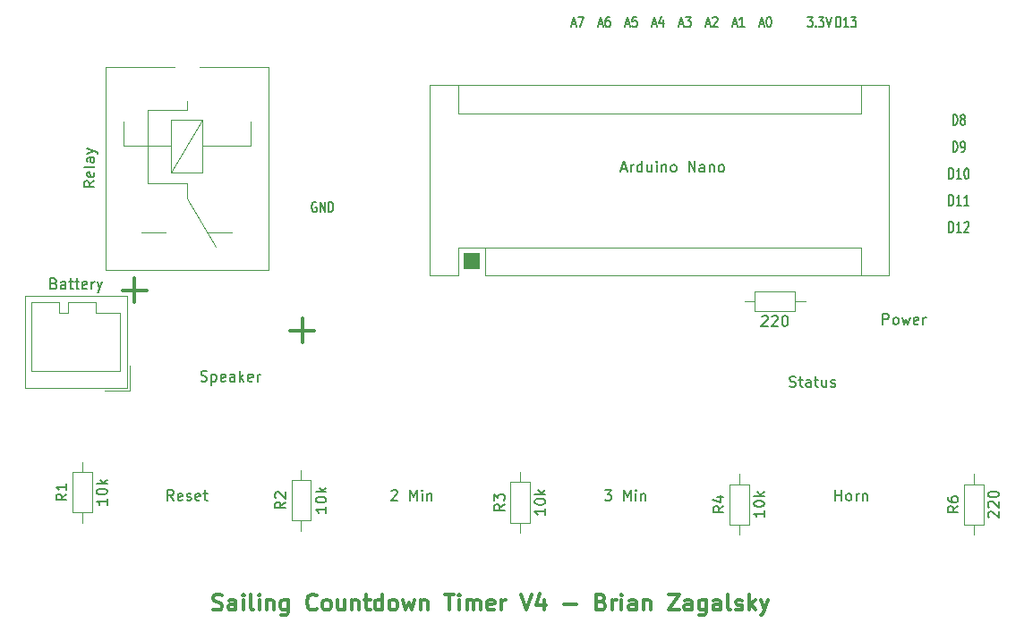
<source format=gbr>
%TF.GenerationSoftware,KiCad,Pcbnew,(6.0.7)*%
%TF.CreationDate,2023-08-25T11:33:14-04:00*%
%TF.ProjectId,Timer V4,54696d65-7220-4563-942e-6b696361645f,rev?*%
%TF.SameCoordinates,Original*%
%TF.FileFunction,Legend,Top*%
%TF.FilePolarity,Positive*%
%FSLAX46Y46*%
G04 Gerber Fmt 4.6, Leading zero omitted, Abs format (unit mm)*
G04 Created by KiCad (PCBNEW (6.0.7)) date 2023-08-25 11:33:14*
%MOMM*%
%LPD*%
G01*
G04 APERTURE LIST*
%ADD10C,0.300000*%
%ADD11C,0.150000*%
%ADD12C,0.120000*%
%ADD13R,1.600000X1.600000*%
G04 APERTURE END LIST*
D10*
X132207142Y-80859285D02*
X134492857Y-80859285D01*
X133350000Y-82002142D02*
X133350000Y-79716428D01*
X116332142Y-77049285D02*
X118617857Y-77049285D01*
X117475000Y-78192142D02*
X117475000Y-75906428D01*
X124915714Y-107287142D02*
X125130000Y-107358571D01*
X125487142Y-107358571D01*
X125630000Y-107287142D01*
X125701428Y-107215714D01*
X125772857Y-107072857D01*
X125772857Y-106930000D01*
X125701428Y-106787142D01*
X125630000Y-106715714D01*
X125487142Y-106644285D01*
X125201428Y-106572857D01*
X125058571Y-106501428D01*
X124987142Y-106430000D01*
X124915714Y-106287142D01*
X124915714Y-106144285D01*
X124987142Y-106001428D01*
X125058571Y-105930000D01*
X125201428Y-105858571D01*
X125558571Y-105858571D01*
X125772857Y-105930000D01*
X127058571Y-107358571D02*
X127058571Y-106572857D01*
X126987142Y-106430000D01*
X126844285Y-106358571D01*
X126558571Y-106358571D01*
X126415714Y-106430000D01*
X127058571Y-107287142D02*
X126915714Y-107358571D01*
X126558571Y-107358571D01*
X126415714Y-107287142D01*
X126344285Y-107144285D01*
X126344285Y-107001428D01*
X126415714Y-106858571D01*
X126558571Y-106787142D01*
X126915714Y-106787142D01*
X127058571Y-106715714D01*
X127772857Y-107358571D02*
X127772857Y-106358571D01*
X127772857Y-105858571D02*
X127701428Y-105930000D01*
X127772857Y-106001428D01*
X127844285Y-105930000D01*
X127772857Y-105858571D01*
X127772857Y-106001428D01*
X128701428Y-107358571D02*
X128558571Y-107287142D01*
X128487142Y-107144285D01*
X128487142Y-105858571D01*
X129272857Y-107358571D02*
X129272857Y-106358571D01*
X129272857Y-105858571D02*
X129201428Y-105930000D01*
X129272857Y-106001428D01*
X129344285Y-105930000D01*
X129272857Y-105858571D01*
X129272857Y-106001428D01*
X129987142Y-106358571D02*
X129987142Y-107358571D01*
X129987142Y-106501428D02*
X130058571Y-106430000D01*
X130201428Y-106358571D01*
X130415714Y-106358571D01*
X130558571Y-106430000D01*
X130630000Y-106572857D01*
X130630000Y-107358571D01*
X131987142Y-106358571D02*
X131987142Y-107572857D01*
X131915714Y-107715714D01*
X131844285Y-107787142D01*
X131701428Y-107858571D01*
X131487142Y-107858571D01*
X131344285Y-107787142D01*
X131987142Y-107287142D02*
X131844285Y-107358571D01*
X131558571Y-107358571D01*
X131415714Y-107287142D01*
X131344285Y-107215714D01*
X131272857Y-107072857D01*
X131272857Y-106644285D01*
X131344285Y-106501428D01*
X131415714Y-106430000D01*
X131558571Y-106358571D01*
X131844285Y-106358571D01*
X131987142Y-106430000D01*
X134701428Y-107215714D02*
X134630000Y-107287142D01*
X134415714Y-107358571D01*
X134272857Y-107358571D01*
X134058571Y-107287142D01*
X133915714Y-107144285D01*
X133844285Y-107001428D01*
X133772857Y-106715714D01*
X133772857Y-106501428D01*
X133844285Y-106215714D01*
X133915714Y-106072857D01*
X134058571Y-105930000D01*
X134272857Y-105858571D01*
X134415714Y-105858571D01*
X134630000Y-105930000D01*
X134701428Y-106001428D01*
X135558571Y-107358571D02*
X135415714Y-107287142D01*
X135344285Y-107215714D01*
X135272857Y-107072857D01*
X135272857Y-106644285D01*
X135344285Y-106501428D01*
X135415714Y-106430000D01*
X135558571Y-106358571D01*
X135772857Y-106358571D01*
X135915714Y-106430000D01*
X135987142Y-106501428D01*
X136058571Y-106644285D01*
X136058571Y-107072857D01*
X135987142Y-107215714D01*
X135915714Y-107287142D01*
X135772857Y-107358571D01*
X135558571Y-107358571D01*
X137344285Y-106358571D02*
X137344285Y-107358571D01*
X136701428Y-106358571D02*
X136701428Y-107144285D01*
X136772857Y-107287142D01*
X136915714Y-107358571D01*
X137130000Y-107358571D01*
X137272857Y-107287142D01*
X137344285Y-107215714D01*
X138058571Y-106358571D02*
X138058571Y-107358571D01*
X138058571Y-106501428D02*
X138130000Y-106430000D01*
X138272857Y-106358571D01*
X138487142Y-106358571D01*
X138630000Y-106430000D01*
X138701428Y-106572857D01*
X138701428Y-107358571D01*
X139201428Y-106358571D02*
X139772857Y-106358571D01*
X139415714Y-105858571D02*
X139415714Y-107144285D01*
X139487142Y-107287142D01*
X139630000Y-107358571D01*
X139772857Y-107358571D01*
X140915714Y-107358571D02*
X140915714Y-105858571D01*
X140915714Y-107287142D02*
X140772857Y-107358571D01*
X140487142Y-107358571D01*
X140344285Y-107287142D01*
X140272857Y-107215714D01*
X140201428Y-107072857D01*
X140201428Y-106644285D01*
X140272857Y-106501428D01*
X140344285Y-106430000D01*
X140487142Y-106358571D01*
X140772857Y-106358571D01*
X140915714Y-106430000D01*
X141844285Y-107358571D02*
X141701428Y-107287142D01*
X141630000Y-107215714D01*
X141558571Y-107072857D01*
X141558571Y-106644285D01*
X141630000Y-106501428D01*
X141701428Y-106430000D01*
X141844285Y-106358571D01*
X142058571Y-106358571D01*
X142201428Y-106430000D01*
X142272857Y-106501428D01*
X142344285Y-106644285D01*
X142344285Y-107072857D01*
X142272857Y-107215714D01*
X142201428Y-107287142D01*
X142058571Y-107358571D01*
X141844285Y-107358571D01*
X142844285Y-106358571D02*
X143130000Y-107358571D01*
X143415714Y-106644285D01*
X143701428Y-107358571D01*
X143987142Y-106358571D01*
X144558571Y-106358571D02*
X144558571Y-107358571D01*
X144558571Y-106501428D02*
X144630000Y-106430000D01*
X144772857Y-106358571D01*
X144987142Y-106358571D01*
X145130000Y-106430000D01*
X145201428Y-106572857D01*
X145201428Y-107358571D01*
X146844285Y-105858571D02*
X147701428Y-105858571D01*
X147272857Y-107358571D02*
X147272857Y-105858571D01*
X148201428Y-107358571D02*
X148201428Y-106358571D01*
X148201428Y-105858571D02*
X148130000Y-105930000D01*
X148201428Y-106001428D01*
X148272857Y-105930000D01*
X148201428Y-105858571D01*
X148201428Y-106001428D01*
X148915714Y-107358571D02*
X148915714Y-106358571D01*
X148915714Y-106501428D02*
X148987142Y-106430000D01*
X149130000Y-106358571D01*
X149344285Y-106358571D01*
X149487142Y-106430000D01*
X149558571Y-106572857D01*
X149558571Y-107358571D01*
X149558571Y-106572857D02*
X149630000Y-106430000D01*
X149772857Y-106358571D01*
X149987142Y-106358571D01*
X150130000Y-106430000D01*
X150201428Y-106572857D01*
X150201428Y-107358571D01*
X151487142Y-107287142D02*
X151344285Y-107358571D01*
X151058571Y-107358571D01*
X150915714Y-107287142D01*
X150844285Y-107144285D01*
X150844285Y-106572857D01*
X150915714Y-106430000D01*
X151058571Y-106358571D01*
X151344285Y-106358571D01*
X151487142Y-106430000D01*
X151558571Y-106572857D01*
X151558571Y-106715714D01*
X150844285Y-106858571D01*
X152201428Y-107358571D02*
X152201428Y-106358571D01*
X152201428Y-106644285D02*
X152272857Y-106501428D01*
X152344285Y-106430000D01*
X152487142Y-106358571D01*
X152630000Y-106358571D01*
X154058571Y-105858571D02*
X154558571Y-107358571D01*
X155058571Y-105858571D01*
X156201428Y-106358571D02*
X156201428Y-107358571D01*
X155844285Y-105787142D02*
X155487142Y-106858571D01*
X156415714Y-106858571D01*
X158130000Y-106787142D02*
X159272857Y-106787142D01*
X161630000Y-106572857D02*
X161844285Y-106644285D01*
X161915714Y-106715714D01*
X161987142Y-106858571D01*
X161987142Y-107072857D01*
X161915714Y-107215714D01*
X161844285Y-107287142D01*
X161701428Y-107358571D01*
X161130000Y-107358571D01*
X161130000Y-105858571D01*
X161630000Y-105858571D01*
X161772857Y-105930000D01*
X161844285Y-106001428D01*
X161915714Y-106144285D01*
X161915714Y-106287142D01*
X161844285Y-106430000D01*
X161772857Y-106501428D01*
X161630000Y-106572857D01*
X161130000Y-106572857D01*
X162630000Y-107358571D02*
X162630000Y-106358571D01*
X162630000Y-106644285D02*
X162701428Y-106501428D01*
X162772857Y-106430000D01*
X162915714Y-106358571D01*
X163058571Y-106358571D01*
X163558571Y-107358571D02*
X163558571Y-106358571D01*
X163558571Y-105858571D02*
X163487142Y-105930000D01*
X163558571Y-106001428D01*
X163630000Y-105930000D01*
X163558571Y-105858571D01*
X163558571Y-106001428D01*
X164915714Y-107358571D02*
X164915714Y-106572857D01*
X164844285Y-106430000D01*
X164701428Y-106358571D01*
X164415714Y-106358571D01*
X164272857Y-106430000D01*
X164915714Y-107287142D02*
X164772857Y-107358571D01*
X164415714Y-107358571D01*
X164272857Y-107287142D01*
X164201428Y-107144285D01*
X164201428Y-107001428D01*
X164272857Y-106858571D01*
X164415714Y-106787142D01*
X164772857Y-106787142D01*
X164915714Y-106715714D01*
X165630000Y-106358571D02*
X165630000Y-107358571D01*
X165630000Y-106501428D02*
X165701428Y-106430000D01*
X165844285Y-106358571D01*
X166058571Y-106358571D01*
X166201428Y-106430000D01*
X166272857Y-106572857D01*
X166272857Y-107358571D01*
X167987142Y-105858571D02*
X168987142Y-105858571D01*
X167987142Y-107358571D01*
X168987142Y-107358571D01*
X170201428Y-107358571D02*
X170201428Y-106572857D01*
X170130000Y-106430000D01*
X169987142Y-106358571D01*
X169701428Y-106358571D01*
X169558571Y-106430000D01*
X170201428Y-107287142D02*
X170058571Y-107358571D01*
X169701428Y-107358571D01*
X169558571Y-107287142D01*
X169487142Y-107144285D01*
X169487142Y-107001428D01*
X169558571Y-106858571D01*
X169701428Y-106787142D01*
X170058571Y-106787142D01*
X170201428Y-106715714D01*
X171558571Y-106358571D02*
X171558571Y-107572857D01*
X171487142Y-107715714D01*
X171415714Y-107787142D01*
X171272857Y-107858571D01*
X171058571Y-107858571D01*
X170915714Y-107787142D01*
X171558571Y-107287142D02*
X171415714Y-107358571D01*
X171130000Y-107358571D01*
X170987142Y-107287142D01*
X170915714Y-107215714D01*
X170844285Y-107072857D01*
X170844285Y-106644285D01*
X170915714Y-106501428D01*
X170987142Y-106430000D01*
X171130000Y-106358571D01*
X171415714Y-106358571D01*
X171558571Y-106430000D01*
X172915714Y-107358571D02*
X172915714Y-106572857D01*
X172844285Y-106430000D01*
X172701428Y-106358571D01*
X172415714Y-106358571D01*
X172272857Y-106430000D01*
X172915714Y-107287142D02*
X172772857Y-107358571D01*
X172415714Y-107358571D01*
X172272857Y-107287142D01*
X172201428Y-107144285D01*
X172201428Y-107001428D01*
X172272857Y-106858571D01*
X172415714Y-106787142D01*
X172772857Y-106787142D01*
X172915714Y-106715714D01*
X173844285Y-107358571D02*
X173701428Y-107287142D01*
X173630000Y-107144285D01*
X173630000Y-105858571D01*
X174344285Y-107287142D02*
X174487142Y-107358571D01*
X174772857Y-107358571D01*
X174915714Y-107287142D01*
X174987142Y-107144285D01*
X174987142Y-107072857D01*
X174915714Y-106930000D01*
X174772857Y-106858571D01*
X174558571Y-106858571D01*
X174415714Y-106787142D01*
X174344285Y-106644285D01*
X174344285Y-106572857D01*
X174415714Y-106430000D01*
X174558571Y-106358571D01*
X174772857Y-106358571D01*
X174915714Y-106430000D01*
X175630000Y-107358571D02*
X175630000Y-105858571D01*
X175772857Y-106787142D02*
X176201428Y-107358571D01*
X176201428Y-106358571D02*
X175630000Y-106930000D01*
X176701428Y-106358571D02*
X177058571Y-107358571D01*
X177415714Y-106358571D02*
X177058571Y-107358571D01*
X176915714Y-107715714D01*
X176844285Y-107787142D01*
X176701428Y-107858571D01*
D11*
%TO.C,GND*%
X134683571Y-68715000D02*
X134612142Y-68667380D01*
X134505000Y-68667380D01*
X134397857Y-68715000D01*
X134326428Y-68810238D01*
X134290714Y-68905476D01*
X134255000Y-69095952D01*
X134255000Y-69238809D01*
X134290714Y-69429285D01*
X134326428Y-69524523D01*
X134397857Y-69619761D01*
X134505000Y-69667380D01*
X134576428Y-69667380D01*
X134683571Y-69619761D01*
X134719285Y-69572142D01*
X134719285Y-69238809D01*
X134576428Y-69238809D01*
X135040714Y-69667380D02*
X135040714Y-68667380D01*
X135469285Y-69667380D01*
X135469285Y-68667380D01*
X135826428Y-69667380D02*
X135826428Y-68667380D01*
X136005000Y-68667380D01*
X136112142Y-68715000D01*
X136183571Y-68810238D01*
X136219285Y-68905476D01*
X136255000Y-69095952D01*
X136255000Y-69238809D01*
X136219285Y-69429285D01*
X136183571Y-69524523D01*
X136112142Y-69619761D01*
X136005000Y-69667380D01*
X135826428Y-69667380D01*
%TO.C,D10*%
X194542285Y-66492380D02*
X194542285Y-65492380D01*
X194720857Y-65492380D01*
X194828000Y-65540000D01*
X194899428Y-65635238D01*
X194935142Y-65730476D01*
X194970857Y-65920952D01*
X194970857Y-66063809D01*
X194935142Y-66254285D01*
X194899428Y-66349523D01*
X194828000Y-66444761D01*
X194720857Y-66492380D01*
X194542285Y-66492380D01*
X195685142Y-66492380D02*
X195256571Y-66492380D01*
X195470857Y-66492380D02*
X195470857Y-65492380D01*
X195399428Y-65635238D01*
X195328000Y-65730476D01*
X195256571Y-65778095D01*
X196149428Y-65492380D02*
X196220857Y-65492380D01*
X196292285Y-65540000D01*
X196328000Y-65587619D01*
X196363714Y-65682857D01*
X196399428Y-65873333D01*
X196399428Y-66111428D01*
X196363714Y-66301904D01*
X196328000Y-66397142D01*
X196292285Y-66444761D01*
X196220857Y-66492380D01*
X196149428Y-66492380D01*
X196078000Y-66444761D01*
X196042285Y-66397142D01*
X196006571Y-66301904D01*
X195970857Y-66111428D01*
X195970857Y-65873333D01*
X196006571Y-65682857D01*
X196042285Y-65587619D01*
X196078000Y-65540000D01*
X196149428Y-65492380D01*
%TO.C,D9*%
X194899428Y-63952380D02*
X194899428Y-62952380D01*
X195078000Y-62952380D01*
X195185142Y-63000000D01*
X195256571Y-63095238D01*
X195292285Y-63190476D01*
X195328000Y-63380952D01*
X195328000Y-63523809D01*
X195292285Y-63714285D01*
X195256571Y-63809523D01*
X195185142Y-63904761D01*
X195078000Y-63952380D01*
X194899428Y-63952380D01*
X195685142Y-63952380D02*
X195828000Y-63952380D01*
X195899428Y-63904761D01*
X195935142Y-63857142D01*
X196006571Y-63714285D01*
X196042285Y-63523809D01*
X196042285Y-63142857D01*
X196006571Y-63047619D01*
X195970857Y-63000000D01*
X195899428Y-62952380D01*
X195756571Y-62952380D01*
X195685142Y-63000000D01*
X195649428Y-63047619D01*
X195613714Y-63142857D01*
X195613714Y-63380952D01*
X195649428Y-63476190D01*
X195685142Y-63523809D01*
X195756571Y-63571428D01*
X195899428Y-63571428D01*
X195970857Y-63523809D01*
X196006571Y-63476190D01*
X196042285Y-63380952D01*
%TO.C,D11*%
X194542285Y-69032380D02*
X194542285Y-68032380D01*
X194720857Y-68032380D01*
X194828000Y-68080000D01*
X194899428Y-68175238D01*
X194935142Y-68270476D01*
X194970857Y-68460952D01*
X194970857Y-68603809D01*
X194935142Y-68794285D01*
X194899428Y-68889523D01*
X194828000Y-68984761D01*
X194720857Y-69032380D01*
X194542285Y-69032380D01*
X195685142Y-69032380D02*
X195256571Y-69032380D01*
X195470857Y-69032380D02*
X195470857Y-68032380D01*
X195399428Y-68175238D01*
X195328000Y-68270476D01*
X195256571Y-68318095D01*
X196399428Y-69032380D02*
X195970857Y-69032380D01*
X196185142Y-69032380D02*
X196185142Y-68032380D01*
X196113714Y-68175238D01*
X196042285Y-68270476D01*
X195970857Y-68318095D01*
%TO.C,D12*%
X194542285Y-71572380D02*
X194542285Y-70572380D01*
X194720857Y-70572380D01*
X194828000Y-70620000D01*
X194899428Y-70715238D01*
X194935142Y-70810476D01*
X194970857Y-71000952D01*
X194970857Y-71143809D01*
X194935142Y-71334285D01*
X194899428Y-71429523D01*
X194828000Y-71524761D01*
X194720857Y-71572380D01*
X194542285Y-71572380D01*
X195685142Y-71572380D02*
X195256571Y-71572380D01*
X195470857Y-71572380D02*
X195470857Y-70572380D01*
X195399428Y-70715238D01*
X195328000Y-70810476D01*
X195256571Y-70858095D01*
X195970857Y-70667619D02*
X196006571Y-70620000D01*
X196078000Y-70572380D01*
X196256571Y-70572380D01*
X196328000Y-70620000D01*
X196363714Y-70667619D01*
X196399428Y-70762857D01*
X196399428Y-70858095D01*
X196363714Y-71000952D01*
X195935142Y-71572380D01*
X196399428Y-71572380D01*
%TO.C,D8*%
X194899428Y-61412380D02*
X194899428Y-60412380D01*
X195078000Y-60412380D01*
X195185142Y-60460000D01*
X195256571Y-60555238D01*
X195292285Y-60650476D01*
X195328000Y-60840952D01*
X195328000Y-60983809D01*
X195292285Y-61174285D01*
X195256571Y-61269523D01*
X195185142Y-61364761D01*
X195078000Y-61412380D01*
X194899428Y-61412380D01*
X195756571Y-60840952D02*
X195685142Y-60793333D01*
X195649428Y-60745714D01*
X195613714Y-60650476D01*
X195613714Y-60602857D01*
X195649428Y-60507619D01*
X195685142Y-60460000D01*
X195756571Y-60412380D01*
X195899428Y-60412380D01*
X195970857Y-60460000D01*
X196006571Y-60507619D01*
X196042285Y-60602857D01*
X196042285Y-60650476D01*
X196006571Y-60745714D01*
X195970857Y-60793333D01*
X195899428Y-60840952D01*
X195756571Y-60840952D01*
X195685142Y-60888571D01*
X195649428Y-60936190D01*
X195613714Y-61031428D01*
X195613714Y-61221904D01*
X195649428Y-61317142D01*
X195685142Y-61364761D01*
X195756571Y-61412380D01*
X195899428Y-61412380D01*
X195970857Y-61364761D01*
X196006571Y-61317142D01*
X196042285Y-61221904D01*
X196042285Y-61031428D01*
X196006571Y-60936190D01*
X195970857Y-60888571D01*
X195899428Y-60840952D01*
%TO.C,3.3V*%
X181137857Y-51141380D02*
X181602142Y-51141380D01*
X181352142Y-51522333D01*
X181459285Y-51522333D01*
X181530714Y-51569952D01*
X181566428Y-51617571D01*
X181602142Y-51712809D01*
X181602142Y-51950904D01*
X181566428Y-52046142D01*
X181530714Y-52093761D01*
X181459285Y-52141380D01*
X181245000Y-52141380D01*
X181173571Y-52093761D01*
X181137857Y-52046142D01*
X181923571Y-52046142D02*
X181959285Y-52093761D01*
X181923571Y-52141380D01*
X181887857Y-52093761D01*
X181923571Y-52046142D01*
X181923571Y-52141380D01*
X182209285Y-51141380D02*
X182673571Y-51141380D01*
X182423571Y-51522333D01*
X182530714Y-51522333D01*
X182602142Y-51569952D01*
X182637857Y-51617571D01*
X182673571Y-51712809D01*
X182673571Y-51950904D01*
X182637857Y-52046142D01*
X182602142Y-52093761D01*
X182530714Y-52141380D01*
X182316428Y-52141380D01*
X182245000Y-52093761D01*
X182209285Y-52046142D01*
X182887857Y-51141380D02*
X183137857Y-52141380D01*
X183387857Y-51141380D01*
%TO.C,A4*%
X166469285Y-51855666D02*
X166826428Y-51855666D01*
X166397857Y-52141380D02*
X166647857Y-51141380D01*
X166897857Y-52141380D01*
X167469285Y-51474714D02*
X167469285Y-52141380D01*
X167290714Y-51093761D02*
X167112142Y-51808047D01*
X167576428Y-51808047D01*
%TO.C,A5*%
X163929285Y-51855666D02*
X164286428Y-51855666D01*
X163857857Y-52141380D02*
X164107857Y-51141380D01*
X164357857Y-52141380D01*
X164965000Y-51141380D02*
X164607857Y-51141380D01*
X164572142Y-51617571D01*
X164607857Y-51569952D01*
X164679285Y-51522333D01*
X164857857Y-51522333D01*
X164929285Y-51569952D01*
X164965000Y-51617571D01*
X165000714Y-51712809D01*
X165000714Y-51950904D01*
X164965000Y-52046142D01*
X164929285Y-52093761D01*
X164857857Y-52141380D01*
X164679285Y-52141380D01*
X164607857Y-52093761D01*
X164572142Y-52046142D01*
%TO.C,D13*%
X183874285Y-52141380D02*
X183874285Y-51141380D01*
X184052857Y-51141380D01*
X184160000Y-51189000D01*
X184231428Y-51284238D01*
X184267142Y-51379476D01*
X184302857Y-51569952D01*
X184302857Y-51712809D01*
X184267142Y-51903285D01*
X184231428Y-51998523D01*
X184160000Y-52093761D01*
X184052857Y-52141380D01*
X183874285Y-52141380D01*
X185017142Y-52141380D02*
X184588571Y-52141380D01*
X184802857Y-52141380D02*
X184802857Y-51141380D01*
X184731428Y-51284238D01*
X184660000Y-51379476D01*
X184588571Y-51427095D01*
X185267142Y-51141380D02*
X185731428Y-51141380D01*
X185481428Y-51522333D01*
X185588571Y-51522333D01*
X185660000Y-51569952D01*
X185695714Y-51617571D01*
X185731428Y-51712809D01*
X185731428Y-51950904D01*
X185695714Y-52046142D01*
X185660000Y-52093761D01*
X185588571Y-52141380D01*
X185374285Y-52141380D01*
X185302857Y-52093761D01*
X185267142Y-52046142D01*
%TO.C,A3*%
X169009285Y-51855666D02*
X169366428Y-51855666D01*
X168937857Y-52141380D02*
X169187857Y-51141380D01*
X169437857Y-52141380D01*
X169616428Y-51141380D02*
X170080714Y-51141380D01*
X169830714Y-51522333D01*
X169937857Y-51522333D01*
X170009285Y-51569952D01*
X170045000Y-51617571D01*
X170080714Y-51712809D01*
X170080714Y-51950904D01*
X170045000Y-52046142D01*
X170009285Y-52093761D01*
X169937857Y-52141380D01*
X169723571Y-52141380D01*
X169652142Y-52093761D01*
X169616428Y-52046142D01*
%TO.C,A2*%
X171549285Y-51855666D02*
X171906428Y-51855666D01*
X171477857Y-52141380D02*
X171727857Y-51141380D01*
X171977857Y-52141380D01*
X172192142Y-51236619D02*
X172227857Y-51189000D01*
X172299285Y-51141380D01*
X172477857Y-51141380D01*
X172549285Y-51189000D01*
X172585000Y-51236619D01*
X172620714Y-51331857D01*
X172620714Y-51427095D01*
X172585000Y-51569952D01*
X172156428Y-52141380D01*
X172620714Y-52141380D01*
%TO.C,A7*%
X158849285Y-51855666D02*
X159206428Y-51855666D01*
X158777857Y-52141380D02*
X159027857Y-51141380D01*
X159277857Y-52141380D01*
X159456428Y-51141380D02*
X159956428Y-51141380D01*
X159635000Y-52141380D01*
%TO.C,A6*%
X161389285Y-51855666D02*
X161746428Y-51855666D01*
X161317857Y-52141380D02*
X161567857Y-51141380D01*
X161817857Y-52141380D01*
X162389285Y-51141380D02*
X162246428Y-51141380D01*
X162175000Y-51189000D01*
X162139285Y-51236619D01*
X162067857Y-51379476D01*
X162032142Y-51569952D01*
X162032142Y-51950904D01*
X162067857Y-52046142D01*
X162103571Y-52093761D01*
X162175000Y-52141380D01*
X162317857Y-52141380D01*
X162389285Y-52093761D01*
X162425000Y-52046142D01*
X162460714Y-51950904D01*
X162460714Y-51712809D01*
X162425000Y-51617571D01*
X162389285Y-51569952D01*
X162317857Y-51522333D01*
X162175000Y-51522333D01*
X162103571Y-51569952D01*
X162067857Y-51617571D01*
X162032142Y-51712809D01*
%TO.C,A0*%
X176629285Y-51855666D02*
X176986428Y-51855666D01*
X176557857Y-52141380D02*
X176807857Y-51141380D01*
X177057857Y-52141380D01*
X177450714Y-51141380D02*
X177522142Y-51141380D01*
X177593571Y-51189000D01*
X177629285Y-51236619D01*
X177665000Y-51331857D01*
X177700714Y-51522333D01*
X177700714Y-51760428D01*
X177665000Y-51950904D01*
X177629285Y-52046142D01*
X177593571Y-52093761D01*
X177522142Y-52141380D01*
X177450714Y-52141380D01*
X177379285Y-52093761D01*
X177343571Y-52046142D01*
X177307857Y-51950904D01*
X177272142Y-51760428D01*
X177272142Y-51522333D01*
X177307857Y-51331857D01*
X177343571Y-51236619D01*
X177379285Y-51189000D01*
X177450714Y-51141380D01*
%TO.C,A1*%
X174089285Y-51855666D02*
X174446428Y-51855666D01*
X174017857Y-52141380D02*
X174267857Y-51141380D01*
X174517857Y-52141380D01*
X175160714Y-52141380D02*
X174732142Y-52141380D01*
X174946428Y-52141380D02*
X174946428Y-51141380D01*
X174875000Y-51284238D01*
X174803571Y-51379476D01*
X174732142Y-51427095D01*
%TO.C,V1*%
X109864571Y-76420571D02*
X110007428Y-76468190D01*
X110055047Y-76515809D01*
X110102666Y-76611047D01*
X110102666Y-76753904D01*
X110055047Y-76849142D01*
X110007428Y-76896761D01*
X109912190Y-76944380D01*
X109531238Y-76944380D01*
X109531238Y-75944380D01*
X109864571Y-75944380D01*
X109959809Y-75992000D01*
X110007428Y-76039619D01*
X110055047Y-76134857D01*
X110055047Y-76230095D01*
X110007428Y-76325333D01*
X109959809Y-76372952D01*
X109864571Y-76420571D01*
X109531238Y-76420571D01*
X110959809Y-76944380D02*
X110959809Y-76420571D01*
X110912190Y-76325333D01*
X110816952Y-76277714D01*
X110626476Y-76277714D01*
X110531238Y-76325333D01*
X110959809Y-76896761D02*
X110864571Y-76944380D01*
X110626476Y-76944380D01*
X110531238Y-76896761D01*
X110483619Y-76801523D01*
X110483619Y-76706285D01*
X110531238Y-76611047D01*
X110626476Y-76563428D01*
X110864571Y-76563428D01*
X110959809Y-76515809D01*
X111293142Y-76277714D02*
X111674095Y-76277714D01*
X111436000Y-75944380D02*
X111436000Y-76801523D01*
X111483619Y-76896761D01*
X111578857Y-76944380D01*
X111674095Y-76944380D01*
X111864571Y-76277714D02*
X112245523Y-76277714D01*
X112007428Y-75944380D02*
X112007428Y-76801523D01*
X112055047Y-76896761D01*
X112150285Y-76944380D01*
X112245523Y-76944380D01*
X112959809Y-76896761D02*
X112864571Y-76944380D01*
X112674095Y-76944380D01*
X112578857Y-76896761D01*
X112531238Y-76801523D01*
X112531238Y-76420571D01*
X112578857Y-76325333D01*
X112674095Y-76277714D01*
X112864571Y-76277714D01*
X112959809Y-76325333D01*
X113007428Y-76420571D01*
X113007428Y-76515809D01*
X112531238Y-76611047D01*
X113436000Y-76944380D02*
X113436000Y-76277714D01*
X113436000Y-76468190D02*
X113483619Y-76372952D01*
X113531238Y-76325333D01*
X113626476Y-76277714D01*
X113721714Y-76277714D01*
X113959809Y-76277714D02*
X114197904Y-76944380D01*
X114436000Y-76277714D02*
X114197904Y-76944380D01*
X114102666Y-77182476D01*
X114055047Y-77230095D01*
X113959809Y-77277714D01*
%TO.C,SW4*%
X183794000Y-96972380D02*
X183794000Y-95972380D01*
X183794000Y-96448571D02*
X184365428Y-96448571D01*
X184365428Y-96972380D02*
X184365428Y-95972380D01*
X184984476Y-96972380D02*
X184889238Y-96924761D01*
X184841619Y-96877142D01*
X184794000Y-96781904D01*
X184794000Y-96496190D01*
X184841619Y-96400952D01*
X184889238Y-96353333D01*
X184984476Y-96305714D01*
X185127333Y-96305714D01*
X185222571Y-96353333D01*
X185270190Y-96400952D01*
X185317809Y-96496190D01*
X185317809Y-96781904D01*
X185270190Y-96877142D01*
X185222571Y-96924761D01*
X185127333Y-96972380D01*
X184984476Y-96972380D01*
X185746380Y-96972380D02*
X185746380Y-96305714D01*
X185746380Y-96496190D02*
X185794000Y-96400952D01*
X185841619Y-96353333D01*
X185936857Y-96305714D01*
X186032095Y-96305714D01*
X186365428Y-96305714D02*
X186365428Y-96972380D01*
X186365428Y-96400952D02*
X186413047Y-96353333D01*
X186508285Y-96305714D01*
X186651142Y-96305714D01*
X186746380Y-96353333D01*
X186794000Y-96448571D01*
X186794000Y-96972380D01*
%TO.C,SW3*%
X161962294Y-95972380D02*
X162581342Y-95972380D01*
X162248008Y-96353333D01*
X162390865Y-96353333D01*
X162486104Y-96400952D01*
X162533723Y-96448571D01*
X162581342Y-96543809D01*
X162581342Y-96781904D01*
X162533723Y-96877142D01*
X162486104Y-96924761D01*
X162390865Y-96972380D01*
X162105151Y-96972380D01*
X162009913Y-96924761D01*
X161962294Y-96877142D01*
X163771818Y-96972380D02*
X163771818Y-95972380D01*
X164105151Y-96686666D01*
X164438485Y-95972380D01*
X164438485Y-96972380D01*
X164914675Y-96972380D02*
X164914675Y-96305714D01*
X164914675Y-95972380D02*
X164867056Y-96020000D01*
X164914675Y-96067619D01*
X164962294Y-96020000D01*
X164914675Y-95972380D01*
X164914675Y-96067619D01*
X165390865Y-96305714D02*
X165390865Y-96972380D01*
X165390865Y-96400952D02*
X165438485Y-96353333D01*
X165533723Y-96305714D01*
X165676580Y-96305714D01*
X165771818Y-96353333D01*
X165819437Y-96448571D01*
X165819437Y-96972380D01*
%TO.C,SW2*%
X141781319Y-96067619D02*
X141828938Y-96020000D01*
X141924176Y-95972380D01*
X142162271Y-95972380D01*
X142257510Y-96020000D01*
X142305129Y-96067619D01*
X142352748Y-96162857D01*
X142352748Y-96258095D01*
X142305129Y-96400952D01*
X141733700Y-96972380D01*
X142352748Y-96972380D01*
X143543224Y-96972380D02*
X143543224Y-95972380D01*
X143876557Y-96686666D01*
X144209891Y-95972380D01*
X144209891Y-96972380D01*
X144686081Y-96972380D02*
X144686081Y-96305714D01*
X144686081Y-95972380D02*
X144638462Y-96020000D01*
X144686081Y-96067619D01*
X144733700Y-96020000D01*
X144686081Y-95972380D01*
X144686081Y-96067619D01*
X145162271Y-96305714D02*
X145162271Y-96972380D01*
X145162271Y-96400952D02*
X145209891Y-96353333D01*
X145305129Y-96305714D01*
X145447986Y-96305714D01*
X145543224Y-96353333D01*
X145590843Y-96448571D01*
X145590843Y-96972380D01*
%TO.C,SW1*%
X121189904Y-96972380D02*
X120856571Y-96496190D01*
X120618476Y-96972380D02*
X120618476Y-95972380D01*
X120999428Y-95972380D01*
X121094666Y-96020000D01*
X121142285Y-96067619D01*
X121189904Y-96162857D01*
X121189904Y-96305714D01*
X121142285Y-96400952D01*
X121094666Y-96448571D01*
X120999428Y-96496190D01*
X120618476Y-96496190D01*
X121999428Y-96924761D02*
X121904190Y-96972380D01*
X121713714Y-96972380D01*
X121618476Y-96924761D01*
X121570857Y-96829523D01*
X121570857Y-96448571D01*
X121618476Y-96353333D01*
X121713714Y-96305714D01*
X121904190Y-96305714D01*
X121999428Y-96353333D01*
X122047047Y-96448571D01*
X122047047Y-96543809D01*
X121570857Y-96639047D01*
X122428000Y-96924761D02*
X122523238Y-96972380D01*
X122713714Y-96972380D01*
X122808952Y-96924761D01*
X122856571Y-96829523D01*
X122856571Y-96781904D01*
X122808952Y-96686666D01*
X122713714Y-96639047D01*
X122570857Y-96639047D01*
X122475619Y-96591428D01*
X122428000Y-96496190D01*
X122428000Y-96448571D01*
X122475619Y-96353333D01*
X122570857Y-96305714D01*
X122713714Y-96305714D01*
X122808952Y-96353333D01*
X123666095Y-96924761D02*
X123570857Y-96972380D01*
X123380380Y-96972380D01*
X123285142Y-96924761D01*
X123237523Y-96829523D01*
X123237523Y-96448571D01*
X123285142Y-96353333D01*
X123380380Y-96305714D01*
X123570857Y-96305714D01*
X123666095Y-96353333D01*
X123713714Y-96448571D01*
X123713714Y-96543809D01*
X123237523Y-96639047D01*
X123999428Y-96305714D02*
X124380380Y-96305714D01*
X124142285Y-95972380D02*
X124142285Y-96829523D01*
X124189904Y-96924761D01*
X124285142Y-96972380D01*
X124380380Y-96972380D01*
%TO.C,R6*%
X195382380Y-97512166D02*
X194906190Y-97845500D01*
X195382380Y-98083595D02*
X194382380Y-98083595D01*
X194382380Y-97702642D01*
X194430000Y-97607404D01*
X194477619Y-97559785D01*
X194572857Y-97512166D01*
X194715714Y-97512166D01*
X194810952Y-97559785D01*
X194858571Y-97607404D01*
X194906190Y-97702642D01*
X194906190Y-98083595D01*
X194382380Y-96655023D02*
X194382380Y-96845500D01*
X194430000Y-96940738D01*
X194477619Y-96988357D01*
X194620476Y-97083595D01*
X194810952Y-97131214D01*
X195191904Y-97131214D01*
X195287142Y-97083595D01*
X195334761Y-97035976D01*
X195382380Y-96940738D01*
X195382380Y-96750261D01*
X195334761Y-96655023D01*
X195287142Y-96607404D01*
X195191904Y-96559785D01*
X194953809Y-96559785D01*
X194858571Y-96607404D01*
X194810952Y-96655023D01*
X194763333Y-96750261D01*
X194763333Y-96940738D01*
X194810952Y-97035976D01*
X194858571Y-97083595D01*
X194953809Y-97131214D01*
X198317619Y-98583595D02*
X198270000Y-98535976D01*
X198222380Y-98440738D01*
X198222380Y-98202642D01*
X198270000Y-98107404D01*
X198317619Y-98059785D01*
X198412857Y-98012166D01*
X198508095Y-98012166D01*
X198650952Y-98059785D01*
X199222380Y-98631214D01*
X199222380Y-98012166D01*
X198317619Y-97631214D02*
X198270000Y-97583595D01*
X198222380Y-97488357D01*
X198222380Y-97250261D01*
X198270000Y-97155023D01*
X198317619Y-97107404D01*
X198412857Y-97059785D01*
X198508095Y-97059785D01*
X198650952Y-97107404D01*
X199222380Y-97678833D01*
X199222380Y-97059785D01*
X198222380Y-96440738D02*
X198222380Y-96345500D01*
X198270000Y-96250261D01*
X198317619Y-96202642D01*
X198412857Y-96155023D01*
X198603333Y-96107404D01*
X198841428Y-96107404D01*
X199031904Y-96155023D01*
X199127142Y-96202642D01*
X199174761Y-96250261D01*
X199222380Y-96345500D01*
X199222380Y-96440738D01*
X199174761Y-96535976D01*
X199127142Y-96583595D01*
X199031904Y-96631214D01*
X198841428Y-96678833D01*
X198603333Y-96678833D01*
X198412857Y-96631214D01*
X198317619Y-96583595D01*
X198270000Y-96535976D01*
X198222380Y-96440738D01*
%TO.C,R5*%
X176815904Y-79572619D02*
X176863523Y-79525000D01*
X176958761Y-79477380D01*
X177196857Y-79477380D01*
X177292095Y-79525000D01*
X177339714Y-79572619D01*
X177387333Y-79667857D01*
X177387333Y-79763095D01*
X177339714Y-79905952D01*
X176768285Y-80477380D01*
X177387333Y-80477380D01*
X177768285Y-79572619D02*
X177815904Y-79525000D01*
X177911142Y-79477380D01*
X178149238Y-79477380D01*
X178244476Y-79525000D01*
X178292095Y-79572619D01*
X178339714Y-79667857D01*
X178339714Y-79763095D01*
X178292095Y-79905952D01*
X177720666Y-80477380D01*
X178339714Y-80477380D01*
X178958761Y-79477380D02*
X179054000Y-79477380D01*
X179149238Y-79525000D01*
X179196857Y-79572619D01*
X179244476Y-79667857D01*
X179292095Y-79858333D01*
X179292095Y-80096428D01*
X179244476Y-80286904D01*
X179196857Y-80382142D01*
X179149238Y-80429761D01*
X179054000Y-80477380D01*
X178958761Y-80477380D01*
X178863523Y-80429761D01*
X178815904Y-80382142D01*
X178768285Y-80286904D01*
X178720666Y-80096428D01*
X178720666Y-79858333D01*
X178768285Y-79667857D01*
X178815904Y-79572619D01*
X178863523Y-79525000D01*
X178958761Y-79477380D01*
%TO.C,R4*%
X173210162Y-97512166D02*
X172733972Y-97845500D01*
X173210162Y-98083595D02*
X172210162Y-98083595D01*
X172210162Y-97702642D01*
X172257782Y-97607404D01*
X172305401Y-97559785D01*
X172400639Y-97512166D01*
X172543496Y-97512166D01*
X172638734Y-97559785D01*
X172686353Y-97607404D01*
X172733972Y-97702642D01*
X172733972Y-98083595D01*
X172543496Y-96655023D02*
X173210162Y-96655023D01*
X172162543Y-96893119D02*
X172876829Y-97131214D01*
X172876829Y-96512166D01*
X177050162Y-97940738D02*
X177050162Y-98512166D01*
X177050162Y-98226452D02*
X176050162Y-98226452D01*
X176193020Y-98321690D01*
X176288258Y-98416928D01*
X176335877Y-98512166D01*
X176050162Y-97321690D02*
X176050162Y-97226452D01*
X176097782Y-97131214D01*
X176145401Y-97083595D01*
X176240639Y-97035976D01*
X176431115Y-96988357D01*
X176669210Y-96988357D01*
X176859686Y-97035976D01*
X176954924Y-97083595D01*
X177002543Y-97131214D01*
X177050162Y-97226452D01*
X177050162Y-97321690D01*
X177002543Y-97416928D01*
X176954924Y-97464547D01*
X176859686Y-97512166D01*
X176669210Y-97559785D01*
X176431115Y-97559785D01*
X176240639Y-97512166D01*
X176145401Y-97464547D01*
X176097782Y-97416928D01*
X176050162Y-97321690D01*
X177050162Y-96559785D02*
X176050162Y-96559785D01*
X176669210Y-96464547D02*
X177050162Y-96178833D01*
X176383496Y-96178833D02*
X176764448Y-96559785D01*
%TO.C,R3*%
X152491568Y-97321666D02*
X152015378Y-97655000D01*
X152491568Y-97893095D02*
X151491568Y-97893095D01*
X151491568Y-97512142D01*
X151539188Y-97416904D01*
X151586807Y-97369285D01*
X151682045Y-97321666D01*
X151824902Y-97321666D01*
X151920140Y-97369285D01*
X151967759Y-97416904D01*
X152015378Y-97512142D01*
X152015378Y-97893095D01*
X151491568Y-96988333D02*
X151491568Y-96369285D01*
X151872521Y-96702619D01*
X151872521Y-96559761D01*
X151920140Y-96464523D01*
X151967759Y-96416904D01*
X152062997Y-96369285D01*
X152301092Y-96369285D01*
X152396330Y-96416904D01*
X152443949Y-96464523D01*
X152491568Y-96559761D01*
X152491568Y-96845476D01*
X152443949Y-96940714D01*
X152396330Y-96988333D01*
X156331568Y-97750238D02*
X156331568Y-98321666D01*
X156331568Y-98035952D02*
X155331568Y-98035952D01*
X155474426Y-98131190D01*
X155569664Y-98226428D01*
X155617283Y-98321666D01*
X155331568Y-97131190D02*
X155331568Y-97035952D01*
X155379188Y-96940714D01*
X155426807Y-96893095D01*
X155522045Y-96845476D01*
X155712521Y-96797857D01*
X155950616Y-96797857D01*
X156141092Y-96845476D01*
X156236330Y-96893095D01*
X156283949Y-96940714D01*
X156331568Y-97035952D01*
X156331568Y-97131190D01*
X156283949Y-97226428D01*
X156236330Y-97274047D01*
X156141092Y-97321666D01*
X155950616Y-97369285D01*
X155712521Y-97369285D01*
X155522045Y-97321666D01*
X155426807Y-97274047D01*
X155379188Y-97226428D01*
X155331568Y-97131190D01*
X156331568Y-96369285D02*
X155331568Y-96369285D01*
X155950616Y-96274047D02*
X156331568Y-95988333D01*
X155664902Y-95988333D02*
X156045854Y-96369285D01*
%TO.C,R2*%
X131772974Y-97131166D02*
X131296784Y-97464500D01*
X131772974Y-97702595D02*
X130772974Y-97702595D01*
X130772974Y-97321642D01*
X130820594Y-97226404D01*
X130868213Y-97178785D01*
X130963451Y-97131166D01*
X131106308Y-97131166D01*
X131201546Y-97178785D01*
X131249165Y-97226404D01*
X131296784Y-97321642D01*
X131296784Y-97702595D01*
X130868213Y-96750214D02*
X130820594Y-96702595D01*
X130772974Y-96607357D01*
X130772974Y-96369261D01*
X130820594Y-96274023D01*
X130868213Y-96226404D01*
X130963451Y-96178785D01*
X131058689Y-96178785D01*
X131201546Y-96226404D01*
X131772974Y-96797833D01*
X131772974Y-96178785D01*
X135612974Y-97559738D02*
X135612974Y-98131166D01*
X135612974Y-97845452D02*
X134612974Y-97845452D01*
X134755832Y-97940690D01*
X134851070Y-98035928D01*
X134898689Y-98131166D01*
X134612974Y-96940690D02*
X134612974Y-96845452D01*
X134660594Y-96750214D01*
X134708213Y-96702595D01*
X134803451Y-96654976D01*
X134993927Y-96607357D01*
X135232022Y-96607357D01*
X135422498Y-96654976D01*
X135517736Y-96702595D01*
X135565355Y-96750214D01*
X135612974Y-96845452D01*
X135612974Y-96940690D01*
X135565355Y-97035928D01*
X135517736Y-97083547D01*
X135422498Y-97131166D01*
X135232022Y-97178785D01*
X134993927Y-97178785D01*
X134803451Y-97131166D01*
X134708213Y-97083547D01*
X134660594Y-97035928D01*
X134612974Y-96940690D01*
X135612974Y-96178785D02*
X134612974Y-96178785D01*
X135232022Y-96083547D02*
X135612974Y-95797833D01*
X134946308Y-95797833D02*
X135327260Y-96178785D01*
%TO.C,R1*%
X111054380Y-96369166D02*
X110578190Y-96702500D01*
X111054380Y-96940595D02*
X110054380Y-96940595D01*
X110054380Y-96559642D01*
X110102000Y-96464404D01*
X110149619Y-96416785D01*
X110244857Y-96369166D01*
X110387714Y-96369166D01*
X110482952Y-96416785D01*
X110530571Y-96464404D01*
X110578190Y-96559642D01*
X110578190Y-96940595D01*
X111054380Y-95416785D02*
X111054380Y-95988214D01*
X111054380Y-95702500D02*
X110054380Y-95702500D01*
X110197238Y-95797738D01*
X110292476Y-95892976D01*
X110340095Y-95988214D01*
X114894380Y-96797738D02*
X114894380Y-97369166D01*
X114894380Y-97083452D02*
X113894380Y-97083452D01*
X114037238Y-97178690D01*
X114132476Y-97273928D01*
X114180095Y-97369166D01*
X113894380Y-96178690D02*
X113894380Y-96083452D01*
X113942000Y-95988214D01*
X113989619Y-95940595D01*
X114084857Y-95892976D01*
X114275333Y-95845357D01*
X114513428Y-95845357D01*
X114703904Y-95892976D01*
X114799142Y-95940595D01*
X114846761Y-95988214D01*
X114894380Y-96083452D01*
X114894380Y-96178690D01*
X114846761Y-96273928D01*
X114799142Y-96321547D01*
X114703904Y-96369166D01*
X114513428Y-96416785D01*
X114275333Y-96416785D01*
X114084857Y-96369166D01*
X113989619Y-96321547D01*
X113942000Y-96273928D01*
X113894380Y-96178690D01*
X114894380Y-95416785D02*
X113894380Y-95416785D01*
X114513428Y-95321547D02*
X114894380Y-95035833D01*
X114227714Y-95035833D02*
X114608666Y-95416785D01*
%TO.C,LS1*%
X123774095Y-85646761D02*
X123916952Y-85694380D01*
X124155047Y-85694380D01*
X124250285Y-85646761D01*
X124297904Y-85599142D01*
X124345523Y-85503904D01*
X124345523Y-85408666D01*
X124297904Y-85313428D01*
X124250285Y-85265809D01*
X124155047Y-85218190D01*
X123964571Y-85170571D01*
X123869333Y-85122952D01*
X123821714Y-85075333D01*
X123774095Y-84980095D01*
X123774095Y-84884857D01*
X123821714Y-84789619D01*
X123869333Y-84742000D01*
X123964571Y-84694380D01*
X124202666Y-84694380D01*
X124345523Y-84742000D01*
X124774095Y-85027714D02*
X124774095Y-86027714D01*
X124774095Y-85075333D02*
X124869333Y-85027714D01*
X125059809Y-85027714D01*
X125155047Y-85075333D01*
X125202666Y-85122952D01*
X125250285Y-85218190D01*
X125250285Y-85503904D01*
X125202666Y-85599142D01*
X125155047Y-85646761D01*
X125059809Y-85694380D01*
X124869333Y-85694380D01*
X124774095Y-85646761D01*
X126059809Y-85646761D02*
X125964571Y-85694380D01*
X125774095Y-85694380D01*
X125678857Y-85646761D01*
X125631238Y-85551523D01*
X125631238Y-85170571D01*
X125678857Y-85075333D01*
X125774095Y-85027714D01*
X125964571Y-85027714D01*
X126059809Y-85075333D01*
X126107428Y-85170571D01*
X126107428Y-85265809D01*
X125631238Y-85361047D01*
X126964571Y-85694380D02*
X126964571Y-85170571D01*
X126916952Y-85075333D01*
X126821714Y-85027714D01*
X126631238Y-85027714D01*
X126536000Y-85075333D01*
X126964571Y-85646761D02*
X126869333Y-85694380D01*
X126631238Y-85694380D01*
X126536000Y-85646761D01*
X126488380Y-85551523D01*
X126488380Y-85456285D01*
X126536000Y-85361047D01*
X126631238Y-85313428D01*
X126869333Y-85313428D01*
X126964571Y-85265809D01*
X127440761Y-85694380D02*
X127440761Y-84694380D01*
X127536000Y-85313428D02*
X127821714Y-85694380D01*
X127821714Y-85027714D02*
X127440761Y-85408666D01*
X128631238Y-85646761D02*
X128536000Y-85694380D01*
X128345523Y-85694380D01*
X128250285Y-85646761D01*
X128202666Y-85551523D01*
X128202666Y-85170571D01*
X128250285Y-85075333D01*
X128345523Y-85027714D01*
X128536000Y-85027714D01*
X128631238Y-85075333D01*
X128678857Y-85170571D01*
X128678857Y-85265809D01*
X128202666Y-85361047D01*
X129107428Y-85694380D02*
X129107428Y-85027714D01*
X129107428Y-85218190D02*
X129155047Y-85122952D01*
X129202666Y-85075333D01*
X129297904Y-85027714D01*
X129393142Y-85027714D01*
%TO.C,Relay*%
X113680380Y-66718285D02*
X113204190Y-67051619D01*
X113680380Y-67289714D02*
X112680380Y-67289714D01*
X112680380Y-66908761D01*
X112728000Y-66813523D01*
X112775619Y-66765904D01*
X112870857Y-66718285D01*
X113013714Y-66718285D01*
X113108952Y-66765904D01*
X113156571Y-66813523D01*
X113204190Y-66908761D01*
X113204190Y-67289714D01*
X113632761Y-65908761D02*
X113680380Y-66004000D01*
X113680380Y-66194476D01*
X113632761Y-66289714D01*
X113537523Y-66337333D01*
X113156571Y-66337333D01*
X113061333Y-66289714D01*
X113013714Y-66194476D01*
X113013714Y-66004000D01*
X113061333Y-65908761D01*
X113156571Y-65861142D01*
X113251809Y-65861142D01*
X113347047Y-66337333D01*
X113680380Y-65289714D02*
X113632761Y-65384952D01*
X113537523Y-65432571D01*
X112680380Y-65432571D01*
X113680380Y-64480190D02*
X113156571Y-64480190D01*
X113061333Y-64527809D01*
X113013714Y-64623047D01*
X113013714Y-64813523D01*
X113061333Y-64908761D01*
X113632761Y-64480190D02*
X113680380Y-64575428D01*
X113680380Y-64813523D01*
X113632761Y-64908761D01*
X113537523Y-64956380D01*
X113442285Y-64956380D01*
X113347047Y-64908761D01*
X113299428Y-64813523D01*
X113299428Y-64575428D01*
X113251809Y-64480190D01*
X113013714Y-64099238D02*
X113680380Y-63861142D01*
X113013714Y-63623047D02*
X113680380Y-63861142D01*
X113918476Y-63956380D01*
X113966095Y-64004000D01*
X114013714Y-64099238D01*
%TO.C,D2*%
X188264809Y-80296380D02*
X188264809Y-79296380D01*
X188645761Y-79296380D01*
X188741000Y-79344000D01*
X188788619Y-79391619D01*
X188836238Y-79486857D01*
X188836238Y-79629714D01*
X188788619Y-79724952D01*
X188741000Y-79772571D01*
X188645761Y-79820190D01*
X188264809Y-79820190D01*
X189407666Y-80296380D02*
X189312428Y-80248761D01*
X189264809Y-80201142D01*
X189217190Y-80105904D01*
X189217190Y-79820190D01*
X189264809Y-79724952D01*
X189312428Y-79677333D01*
X189407666Y-79629714D01*
X189550523Y-79629714D01*
X189645761Y-79677333D01*
X189693380Y-79724952D01*
X189741000Y-79820190D01*
X189741000Y-80105904D01*
X189693380Y-80201142D01*
X189645761Y-80248761D01*
X189550523Y-80296380D01*
X189407666Y-80296380D01*
X190074333Y-79629714D02*
X190264809Y-80296380D01*
X190455285Y-79820190D01*
X190645761Y-80296380D01*
X190836238Y-79629714D01*
X191598142Y-80248761D02*
X191502904Y-80296380D01*
X191312428Y-80296380D01*
X191217190Y-80248761D01*
X191169571Y-80153523D01*
X191169571Y-79772571D01*
X191217190Y-79677333D01*
X191312428Y-79629714D01*
X191502904Y-79629714D01*
X191598142Y-79677333D01*
X191645761Y-79772571D01*
X191645761Y-79867809D01*
X191169571Y-79963047D01*
X192074333Y-80296380D02*
X192074333Y-79629714D01*
X192074333Y-79820190D02*
X192121952Y-79724952D01*
X192169571Y-79677333D01*
X192264809Y-79629714D01*
X192360047Y-79629714D01*
%TO.C,D1*%
X179448333Y-86168761D02*
X179591190Y-86216380D01*
X179829285Y-86216380D01*
X179924523Y-86168761D01*
X179972142Y-86121142D01*
X180019761Y-86025904D01*
X180019761Y-85930666D01*
X179972142Y-85835428D01*
X179924523Y-85787809D01*
X179829285Y-85740190D01*
X179638809Y-85692571D01*
X179543571Y-85644952D01*
X179495952Y-85597333D01*
X179448333Y-85502095D01*
X179448333Y-85406857D01*
X179495952Y-85311619D01*
X179543571Y-85264000D01*
X179638809Y-85216380D01*
X179876904Y-85216380D01*
X180019761Y-85264000D01*
X180305476Y-85549714D02*
X180686428Y-85549714D01*
X180448333Y-85216380D02*
X180448333Y-86073523D01*
X180495952Y-86168761D01*
X180591190Y-86216380D01*
X180686428Y-86216380D01*
X181448333Y-86216380D02*
X181448333Y-85692571D01*
X181400714Y-85597333D01*
X181305476Y-85549714D01*
X181115000Y-85549714D01*
X181019761Y-85597333D01*
X181448333Y-86168761D02*
X181353095Y-86216380D01*
X181115000Y-86216380D01*
X181019761Y-86168761D01*
X180972142Y-86073523D01*
X180972142Y-85978285D01*
X181019761Y-85883047D01*
X181115000Y-85835428D01*
X181353095Y-85835428D01*
X181448333Y-85787809D01*
X181781666Y-85549714D02*
X182162619Y-85549714D01*
X181924523Y-85216380D02*
X181924523Y-86073523D01*
X181972142Y-86168761D01*
X182067380Y-86216380D01*
X182162619Y-86216380D01*
X182924523Y-85549714D02*
X182924523Y-86216380D01*
X182495952Y-85549714D02*
X182495952Y-86073523D01*
X182543571Y-86168761D01*
X182638809Y-86216380D01*
X182781666Y-86216380D01*
X182876904Y-86168761D01*
X182924523Y-86121142D01*
X183353095Y-86168761D02*
X183448333Y-86216380D01*
X183638809Y-86216380D01*
X183734047Y-86168761D01*
X183781666Y-86073523D01*
X183781666Y-86025904D01*
X183734047Y-85930666D01*
X183638809Y-85883047D01*
X183495952Y-85883047D01*
X183400714Y-85835428D01*
X183353095Y-85740190D01*
X183353095Y-85692571D01*
X183400714Y-85597333D01*
X183495952Y-85549714D01*
X183638809Y-85549714D01*
X183734047Y-85597333D01*
%TO.C,A1*%
X163544857Y-65561666D02*
X164021047Y-65561666D01*
X163449619Y-65847380D02*
X163782952Y-64847380D01*
X164116285Y-65847380D01*
X164449619Y-65847380D02*
X164449619Y-65180714D01*
X164449619Y-65371190D02*
X164497238Y-65275952D01*
X164544857Y-65228333D01*
X164640095Y-65180714D01*
X164735333Y-65180714D01*
X165497238Y-65847380D02*
X165497238Y-64847380D01*
X165497238Y-65799761D02*
X165402000Y-65847380D01*
X165211523Y-65847380D01*
X165116285Y-65799761D01*
X165068666Y-65752142D01*
X165021047Y-65656904D01*
X165021047Y-65371190D01*
X165068666Y-65275952D01*
X165116285Y-65228333D01*
X165211523Y-65180714D01*
X165402000Y-65180714D01*
X165497238Y-65228333D01*
X166402000Y-65180714D02*
X166402000Y-65847380D01*
X165973428Y-65180714D02*
X165973428Y-65704523D01*
X166021047Y-65799761D01*
X166116285Y-65847380D01*
X166259142Y-65847380D01*
X166354380Y-65799761D01*
X166402000Y-65752142D01*
X166878190Y-65847380D02*
X166878190Y-65180714D01*
X166878190Y-64847380D02*
X166830571Y-64895000D01*
X166878190Y-64942619D01*
X166925809Y-64895000D01*
X166878190Y-64847380D01*
X166878190Y-64942619D01*
X167354380Y-65180714D02*
X167354380Y-65847380D01*
X167354380Y-65275952D02*
X167402000Y-65228333D01*
X167497238Y-65180714D01*
X167640095Y-65180714D01*
X167735333Y-65228333D01*
X167782952Y-65323571D01*
X167782952Y-65847380D01*
X168402000Y-65847380D02*
X168306761Y-65799761D01*
X168259142Y-65752142D01*
X168211523Y-65656904D01*
X168211523Y-65371190D01*
X168259142Y-65275952D01*
X168306761Y-65228333D01*
X168402000Y-65180714D01*
X168544857Y-65180714D01*
X168640095Y-65228333D01*
X168687714Y-65275952D01*
X168735333Y-65371190D01*
X168735333Y-65656904D01*
X168687714Y-65752142D01*
X168640095Y-65799761D01*
X168544857Y-65847380D01*
X168402000Y-65847380D01*
X169925809Y-65847380D02*
X169925809Y-64847380D01*
X170497238Y-65847380D01*
X170497238Y-64847380D01*
X171402000Y-65847380D02*
X171402000Y-65323571D01*
X171354380Y-65228333D01*
X171259142Y-65180714D01*
X171068666Y-65180714D01*
X170973428Y-65228333D01*
X171402000Y-65799761D02*
X171306761Y-65847380D01*
X171068666Y-65847380D01*
X170973428Y-65799761D01*
X170925809Y-65704523D01*
X170925809Y-65609285D01*
X170973428Y-65514047D01*
X171068666Y-65466428D01*
X171306761Y-65466428D01*
X171402000Y-65418809D01*
X171878190Y-65180714D02*
X171878190Y-65847380D01*
X171878190Y-65275952D02*
X171925809Y-65228333D01*
X172021047Y-65180714D01*
X172163904Y-65180714D01*
X172259142Y-65228333D01*
X172306761Y-65323571D01*
X172306761Y-65847380D01*
X172925809Y-65847380D02*
X172830571Y-65799761D01*
X172782952Y-65752142D01*
X172735333Y-65656904D01*
X172735333Y-65371190D01*
X172782952Y-65275952D01*
X172830571Y-65228333D01*
X172925809Y-65180714D01*
X173068666Y-65180714D01*
X173163904Y-65228333D01*
X173211523Y-65275952D01*
X173259142Y-65371190D01*
X173259142Y-65656904D01*
X173211523Y-65752142D01*
X173163904Y-65799761D01*
X173068666Y-65847380D01*
X172925809Y-65847380D01*
D12*
%TO.C,V1*%
X116746000Y-86302000D02*
X116746000Y-77582000D01*
X110336000Y-79192000D02*
X110336000Y-78192000D01*
X107736000Y-78192000D02*
X107736000Y-84692000D01*
X116136000Y-79192000D02*
X113836000Y-79192000D01*
X107126000Y-77582000D02*
X107126000Y-86302000D01*
X117046000Y-86602000D02*
X114636000Y-86602000D01*
X116746000Y-77582000D02*
X107126000Y-77582000D01*
X113836000Y-79192000D02*
X113836000Y-78192000D01*
X117046000Y-84192000D02*
X117046000Y-86602000D01*
X110336000Y-78192000D02*
X107736000Y-78192000D01*
X107126000Y-86302000D02*
X116746000Y-86302000D01*
X111236000Y-78192000D02*
X111236000Y-79192000D01*
X111236000Y-79192000D02*
X110336000Y-79192000D01*
X113836000Y-78192000D02*
X111236000Y-78192000D01*
X116136000Y-84692000D02*
X116136000Y-79192000D01*
X107736000Y-84692000D02*
X116136000Y-84692000D01*
%TO.C,R6*%
X197770000Y-95425500D02*
X195930000Y-95425500D01*
X195930000Y-95425500D02*
X195930000Y-99265500D01*
X197770000Y-99265500D02*
X197770000Y-95425500D01*
X196850000Y-94475500D02*
X196850000Y-95425500D01*
X195930000Y-99265500D02*
X197770000Y-99265500D01*
X196850000Y-100215500D02*
X196850000Y-99265500D01*
%TO.C,R5*%
X175184000Y-78105000D02*
X176134000Y-78105000D01*
X176134000Y-77185000D02*
X176134000Y-79025000D01*
X180924000Y-78105000D02*
X179974000Y-78105000D01*
X176134000Y-79025000D02*
X179974000Y-79025000D01*
X179974000Y-77185000D02*
X176134000Y-77185000D01*
X179974000Y-79025000D02*
X179974000Y-77185000D01*
%TO.C,R4*%
X175597782Y-95425500D02*
X173757782Y-95425500D01*
X173757782Y-95425500D02*
X173757782Y-99265500D01*
X175597782Y-99265500D02*
X175597782Y-95425500D01*
X174677782Y-94475500D02*
X174677782Y-95425500D01*
X173757782Y-99265500D02*
X175597782Y-99265500D01*
X174677782Y-100215500D02*
X174677782Y-99265500D01*
%TO.C,R3*%
X154879188Y-95235000D02*
X153039188Y-95235000D01*
X153039188Y-95235000D02*
X153039188Y-99075000D01*
X154879188Y-99075000D02*
X154879188Y-95235000D01*
X153959188Y-94285000D02*
X153959188Y-95235000D01*
X153039188Y-99075000D02*
X154879188Y-99075000D01*
X153959188Y-100025000D02*
X153959188Y-99075000D01*
%TO.C,R2*%
X134160594Y-95044500D02*
X132320594Y-95044500D01*
X132320594Y-95044500D02*
X132320594Y-98884500D01*
X134160594Y-98884500D02*
X134160594Y-95044500D01*
X133240594Y-94094500D02*
X133240594Y-95044500D01*
X132320594Y-98884500D02*
X134160594Y-98884500D01*
X133240594Y-99834500D02*
X133240594Y-98884500D01*
%TO.C,R1*%
X113442000Y-94282500D02*
X111602000Y-94282500D01*
X111602000Y-94282500D02*
X111602000Y-98122500D01*
X113442000Y-98122500D02*
X113442000Y-94282500D01*
X112522000Y-93332500D02*
X112522000Y-94282500D01*
X111602000Y-98122500D02*
X113442000Y-98122500D01*
X112522000Y-99072500D02*
X112522000Y-98122500D01*
%TO.C,Relay*%
X123928000Y-60904000D02*
X123928000Y-65904000D01*
X122428000Y-68404000D02*
X125128000Y-72904000D01*
X128428000Y-63404000D02*
X123928000Y-63404000D01*
X120928000Y-63404000D02*
X116428000Y-63404000D01*
X122428000Y-66904000D02*
X122428000Y-68404000D01*
X123928000Y-65904000D02*
X120928000Y-65904000D01*
X130128000Y-75104000D02*
X114728000Y-75104000D01*
X122428000Y-60004000D02*
X118728000Y-60004000D01*
X118728000Y-66904000D02*
X118728000Y-60004000D01*
X122428000Y-60004000D02*
X122428000Y-59104000D01*
X128428000Y-63404000D02*
X128428000Y-61104000D01*
X120928000Y-65904000D02*
X120928000Y-60904000D01*
X114728000Y-75104000D02*
X114728000Y-55904000D01*
X120928000Y-65904000D02*
X123928000Y-60904000D01*
X122428000Y-66904000D02*
X118728000Y-66904000D01*
X130128000Y-55904000D02*
X130128000Y-75104000D01*
X121228000Y-55904000D02*
X114728000Y-55904000D01*
X118128000Y-71604000D02*
X120428000Y-71604000D01*
X126728000Y-71604000D02*
X124428000Y-71604000D01*
X116428000Y-61104000D02*
X116428000Y-63404000D01*
X120928000Y-60904000D02*
X123928000Y-60904000D01*
X130128000Y-55904000D02*
X123628000Y-55904000D01*
%TO.C,A1*%
X148082000Y-73015000D02*
X148082000Y-75685000D01*
X188852000Y-57645000D02*
X145412000Y-57645000D01*
X150622000Y-75685000D02*
X188852000Y-75685000D01*
X186182000Y-73015000D02*
X186182000Y-75685000D01*
X148082000Y-60315000D02*
X186182000Y-60315000D01*
X150622000Y-73015000D02*
X148082000Y-73015000D01*
X186182000Y-60315000D02*
X186182000Y-57645000D01*
X148082000Y-60315000D02*
X148082000Y-57645000D01*
X150622000Y-73015000D02*
X150622000Y-75685000D01*
X145412000Y-57645000D02*
X145412000Y-75685000D01*
X188852000Y-75685000D02*
X188852000Y-57645000D01*
X145412000Y-75685000D02*
X148082000Y-75685000D01*
X150622000Y-73015000D02*
X186182000Y-73015000D01*
%TD*%
D13*
%TO.C,A1*%
X149352000Y-74285000D03*
%TD*%
M02*

</source>
